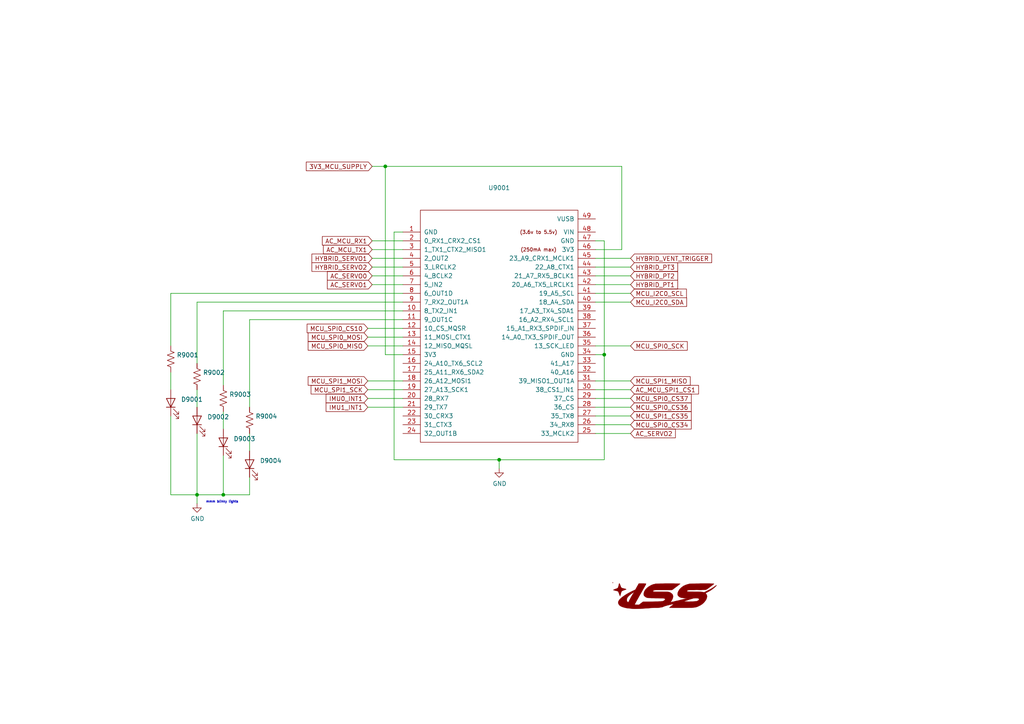
<source format=kicad_sch>
(kicad_sch (version 20211123) (generator eeschema)
  (paper "A4")
  (title_block (title "TARS-MK1") (company "ILLINOIS SPACE SOCIETY"))
  (lib_symbols
    (symbol "D24V50F5:LED" (pin_numbers hide) (pin_names (offset 1.016) hide)
      (property "Reference" "D" (at 0 2.54 0))
      (property "Value" "LED" (at 0 -2.54 0))
      (symbol "LED_0_1"
        (polyline (pts (xy -1.27 -1.27) (xy -1.27 1.27)) (stroke (width 0.2032)))
        (polyline (pts (xy -1.27 0) (xy 1.27 0)))
        (polyline (pts (xy 1.27 -1.27) (xy 1.27 1.27) (xy -1.27 0) (xy 1.27 -1.27)) (stroke (width 0.2032)))
        (polyline (pts (xy -3.048 -0.762) (xy -4.572 -2.286) (xy -3.81 -2.286) (xy -4.572 -2.286) (xy -4.572 -1.524)))
        (polyline (pts (xy -1.778 -0.762) (xy -3.302 -2.286) (xy -2.54 -2.286) (xy -3.302 -2.286) (xy -3.302 -1.524)))
      )
      (symbol "LED_1_1"
        (pin passive line (at -3.81 0 0) (length 2.54) (name "K") (number "1"))
        (pin passive line (at 3.81 0 180) (length 2.54) (name "A") (number "2"))
      )
    )
    (symbol "D24V50F5:R_US" (pin_numbers hide) (pin_names (offset 0))
      (property "Reference" "R" (at 2.54 0 90))
      (property "Value" "R_US" (at -2.54 0 90))
      (symbol "R_US_0_1"
        (polyline (pts (xy 0 -2.286) (xy 0 -2.54)))
        (polyline (pts (xy 0 2.286) (xy 0 2.54)))
        (polyline (pts (xy 0 -0.762) (xy 1.016 -1.143) (xy 0 -1.524) (xy -1.016 -1.905) (xy 0 -2.286)))
        (polyline (pts (xy 0 0.762) (xy 1.016 0.381) (xy 0 0) (xy -1.016 -0.381) (xy 0 -0.762)))
        (polyline (pts (xy 0 2.286) (xy 1.016 1.905) (xy 0 1.524) (xy -1.016 1.143) (xy 0 0.762)))
      )
      (symbol "R_US_1_1"
        (pin passive line (at 0 3.81 270) (length 1.27) (name "~") (number "1"))
        (pin passive line (at 0 -3.81 90) (length 1.27) (name "~") (number "2"))
      )
    )
    (symbol "ISS_LOGO:LOGO" (pin_names (offset 1.016))
      (symbol "LOGO_0_0"
        (polyline (pts (xy -15.2654 3.6322) (xy -15.2654 3.8354) (xy -15.2908 3.8608) (xy -15.3162 3.7338) (xy -15.3162 3.6068) (xy -15.2654 3.6322)) (stroke (width 0.0254)) (fill (type outline)))
        (polyline (pts (xy -13.081 0.2032) (xy -12.954 0.6096) (xy -12.8778 0.9144) (xy -12.7762 1.1176) (xy -12.6746 1.27) (xy -12.5476 1.3462) (xy -12.3698 1.4224) (xy -12.1158 1.524) (xy -11.7348 1.651) (xy -11.5316 1.7272) (xy -11.43 1.7526) (xy -11.43 1.778) (xy -11.5062 1.8542) (xy -11.684 1.9304) (xy -11.938 1.9812) (xy -12.2174 2.0574) (xy -12.5222 2.1082) (xy -12.7254 2.2098) (xy -12.8778 2.3368) (xy -12.9794 2.54) (xy -13.081 2.8448) (xy -13.1318 2.921) (xy -13.2334 3.2258) (xy -13.3858 3.5306) (xy -13.4112 3.5052) (xy -13.4874 3.3782) (xy -13.5382 3.1496) (xy -13.6906 2.54) (xy -13.7668 2.3114) (xy -13.8684 2.1844) (xy -13.9954 2.0828) (xy -14.1986 2.0066) (xy -14.478 1.905) (xy -14.605 1.8542) (xy -14.8844 1.7526) (xy -15.0876 1.651) (xy -15.1638 1.6002) (xy -15.1384 1.6002) (xy -15.0114 1.5494) (xy -14.7828 1.4732) (xy -14.4526 1.397) (xy -13.7668 1.2192) (xy -13.5636 0.762) (xy -13.4874 0.5588) (xy -13.3858 0.2794) (xy -13.2842 0.0508) (xy -13.1826 -0.2032) (xy -13.081 0.2032)) (stroke (width 0.0254)) (fill (type outline)))
        (polyline (pts (xy -8.0264 -3.8354) (xy -7.3152 -3.81) (xy -6.5786 -3.7846) (xy -5.8166 -3.7338) (xy -5.1054 -3.683) (xy -4.826 -3.6576) (xy -4.2418 -3.6068) (xy -3.6322 -3.5814) (xy -3.0988 -3.556) (xy -2.3368 -3.556) (xy -1.5494 -3.4798) (xy -0.889 -3.3528) (xy -0.3556 -3.1242) (xy -0.1778 -3.0734) (xy 0.127 -2.9718) (xy 0.508 -2.8702) (xy 0.9398 -2.7686) (xy 0.9906 -2.7432) (xy 1.5494 -2.6162) (xy 2.1844 -2.4892) (xy 2.3114 -2.4892) (xy 2.3114 -2.54) (xy 2.2352 -2.6162) (xy 2.0574 -2.7686) (xy 1.778 -2.9464) (xy 1.5748 -3.1242) (xy 1.3208 -3.3274) (xy 1.1684 -3.4544) (xy 1.1176 -3.5306) (xy 1.6256 -3.5306) (xy 2.0574 -3.556) (xy 6.2738 -3.556) (xy 6.9342 -3.5306) (xy 7.4676 -3.5306) (xy 7.9248 -3.5052) (xy 8.2804 -3.4798) (xy 8.5852 -3.429) (xy 8.8392 -3.3782) (xy 9.0678 -3.302) (xy 9.3218 -3.2258) (xy 9.5504 -3.0988) (xy 9.8298 -2.9718) (xy 10.0076 -2.8956) (xy 10.5664 -2.54) (xy 11.049 -2.1336) (xy 11.43 -1.6764) (xy 11.7602 -1.2192) (xy 11.938 -0.762) (xy 12.0396 -0.3302) (xy 11.9888 0.0762) (xy 11.811 0.4064) (xy 11.5824 0.6858) (xy 12.1158 0.9398) (xy 12.2682 1.016) (xy 13.0556 1.4732) (xy 13.7414 1.9558) (xy 14.3256 2.4384) (xy 14.605 2.7178) (xy 14.7574 2.8956) (xy 14.8082 2.9718) (xy 14.7828 2.9718) (xy 14.6558 2.8956) (xy 14.4272 2.7686) (xy 14.1478 2.5654) (xy 14.097 2.5146) (xy 13.7414 2.286) (xy 13.3096 2.0066) (xy 12.827 1.7272) (xy 12.3444 1.4986) (xy 11.2014 0.9144) (xy 10.7188 1.016) (xy 10.6172 1.016) (xy 10.3378 1.0414) (xy 9.906 1.0668) (xy 9.398 1.0922) (xy 8.2296 1.0922) (xy 7.8994 1.1176) (xy 6.9088 1.1176) (xy 6.5532 1.143) (xy 6.3246 1.143) (xy 6.223 1.1684) (xy 6.223 1.27) (xy 6.2992 1.4224) (xy 6.3754 1.4986) (xy 6.4516 1.5494) (xy 6.5532 1.5748) (xy 6.7056 1.5748) (xy 6.9596 1.6002) (xy 8.3312 1.6002) (xy 9.0678 1.6256) (xy 9.7536 1.6002) (xy 10.3378 1.6002) (xy 10.8204 1.6256) (xy 11.2014 1.6256) (xy 11.4808 1.651) (xy 11.7348 1.7018) (xy 11.938 1.778) (xy 12.1158 1.905) (xy 12.319 2.032) (xy 12.573 2.2352) (xy 13.081 2.6162) (xy 13.4112 2.8702) (xy 13.6652 3.048) (xy 13.8176 3.175) (xy 13.843 3.2004) (xy 13.9954 3.3274) (xy 14.0462 3.4036) (xy 14.0462 3.429) (xy 13.8938 3.429) (xy 13.6144 3.4544) (xy 13.208 3.4544) (xy 12.7254 3.4798) (xy 10.16 3.4798) (xy 9.4996 3.4544) (xy 8.8646 3.4544) (xy 8.255 3.429) (xy 7.747 3.429) (xy 7.3152 3.4036) (xy 6.985 3.3782) (xy 6.8072 3.3528) (xy 5.9944 3.1242) (xy 5.207 2.7686) (xy 4.572 2.3114) (xy 4.0386 1.778) (xy 3.683 1.1684) (xy 3.5306 0.762) (xy 3.4798 0.381) (xy 3.556 0.0762) (xy 3.7338 -0.1778) (xy 4.0132 -0.4064) (xy 4.3688 -0.5842) (xy 4.826 -0.6858) (xy 5.461 -0.762) (xy 6.2992 -0.8128) (xy 5.588 -0.9906) (xy 5.4102 -1.0414) (xy 5.08 -1.1176) (xy 4.6482 -1.2192) (xy 4.1656 -1.3462) (xy 3.6576 -1.4732) (xy 3.1496 -1.5748) (xy 2.6416 -1.7018) (xy 2.54 -1.7272) (xy 5.334 -1.7272) (xy 5.3594 -1.6764) (xy 5.461 -1.651) (xy 6.0706 -1.4478) (xy 6.7056 -1.2446) (xy 7.1882 -1.0668) (xy 7.5946 -0.9652) (xy 7.9248 -0.8636) (xy 8.1534 -0.8128) (xy 8.382 -0.7874) (xy 8.5598 -0.762) (xy 9.0678 -0.762) (xy 9.4488 -0.8128) (xy 9.652 -0.9398) (xy 9.7282 -1.0922) (xy 9.7028 -1.1938) (xy 9.5504 -1.397) (xy 9.2456 -1.5748) (xy 8.89 -1.6764) (xy 8.8646 -1.6764) (xy 8.6614 -1.7018) (xy 8.3058 -1.7272) (xy 7.8486 -1.7526) (xy 7.3406 -1.7526) (xy 6.7818 -1.778) (xy 6.223 -1.7526) (xy 5.5372 -1.7526) (xy 5.3848 -1.7272) (xy 5.334 -1.7272) (xy 2.54 -1.7272) (xy 2.2098 -1.8034) (xy 1.8542 -1.8796) (xy 1.6256 -1.9304) (xy 1.4986 -1.9304) (xy 1.4986 -1.905) (xy 1.6002 -1.7272) (xy 1.7272 -1.524) (xy 1.9304 -1.1684) (xy 2.1336 -0.6604) (xy 2.1844 -0.2032) (xy 2.0828 0.2286) (xy 1.8034 0.5588) (xy 1.397 0.8382) (xy 1.3208 0.889) (xy 1.0668 0.9906) (xy 0.9144 1.016) (xy 0.6858 1.0414) (xy 0.4064 1.0668) (xy -0.4826 1.0668) (xy -1.143 1.0922) (xy -3.048 1.0922) (xy -3.3274 1.1176) (xy -3.4544 1.1176) (xy -3.6068 1.143) (xy -3.6322 1.27) (xy -3.5052 1.4478) (xy -3.4544 1.4986) (xy -3.3782 1.524) (xy -3.2766 1.5494) (xy -3.0988 1.5748) (xy -2.8702 1.6002) (xy 1.8796 1.6002) (xy 2.54 2.0828) (xy 2.6162 2.159) (xy 3.3782 2.7178) (xy 3.7084 2.9718) (xy 3.7592 2.9972) (xy 3.9878 3.2004) (xy 4.1656 3.3274) (xy 4.2164 3.4036) (xy 4.2164 3.429) (xy 4.0894 3.429) (xy 3.81 3.4544) (xy 2.8956 3.4544) (xy 2.286 3.4798) (xy -0.1016 3.4798) (xy -0.889 3.4544) (xy -1.5494 3.4544) (xy -2.0828 3.429) (xy -2.54 3.4036) (xy -2.921 3.3782) (xy -3.2512 3.302) (xy -3.5052 3.2512) (xy -3.7846 3.1496) (xy -4.0386 3.048) (xy -4.3434 2.8956) (xy -4.9784 2.5146) (xy -5.4864 2.0828) (xy -5.9182 1.6002) (xy -6.1976 1.0922) (xy -6.3246 0.5588) (xy -6.3246 0.2794) (xy -6.2484 -0.0254) (xy -6.0198 -0.2794) (xy -5.6388 -0.5334) (xy -5.5626 -0.5588) (xy -5.3086 -0.6604) (xy -5.1308 -0.6858) (xy -4.8768 -0.7112) (xy -4.5466 -0.7112) (xy -4.1148 -0.7366) (xy -3.5306 -0.7366) (xy -2.8194 -0.762) (xy -2.159 -0.762) (xy -1.5748 -0.7874) (xy -1.1176 -0.7874) (xy -0.762 -0.8128) (xy -0.5334 -0.8382) (xy -0.381 -0.8636) (xy -0.2794 -0.889) (xy -0.2032 -0.9398) (xy -0.1778 -0.9652) (xy -0.127 -1.0922) (xy -0.1778 -1.2446) (xy -0.381 -1.4478) (xy -0.5842 -1.5748) (xy -0.6604 -1.6002) (xy -0.762 -1.651) (xy -0.9144 -1.6764) (xy -1.143 -1.7018) (xy -1.4224 -1.7272) (xy -1.8034 -1.7272) (xy -2.3114 -1.7526) (xy -2.9464 -1.7526) (xy -3.7338 -1.778) (xy -6.5532 -1.8288) (xy -7.1374 -2.2606) (xy -7.7216 -2.7178) (xy -8.3058 -2.6924) (xy -8.6106 -2.667) (xy -8.8392 -2.6416) (xy -8.9408 -2.6162) (xy -8.9408 -2.5908) (xy -8.9154 -2.5146) (xy -8.8646 -2.413) (xy -8.763 -2.2352) (xy -8.636 -1.9812) (xy -8.4582 -1.651) (xy -8.2296 -1.2446) (xy -7.9248 -0.7112) (xy -7.5946 -0.1016) (xy -7.1628 0.635) (xy -6.6802 1.4986) (xy -6.096 2.5146) (xy -5.9182 2.8448) (xy -5.7658 3.1242) (xy -5.6896 3.3274) (xy -5.6642 3.429) (xy -5.7658 3.4544) (xy -5.9944 3.4544) (xy -6.3246 3.4798) (xy -7.747 3.4798) (xy -8.255 2.5908) (xy -8.763 1.6764) (xy -9.9568 1.1176) (xy -10.541 0.8128) (xy -11.3284 0.381) (xy -12.0142 -0.0762) (xy -12.6238 -0.508) (xy -13.081 -0.9144) (xy -13.3858 -1.2446) (xy -11.2522 -1.2446) (xy -11.2268 -1.016) (xy -11.0998 -0.635) (xy -10.795 -0.254) (xy -10.3632 0.1524) (xy -9.779 0.5842) (xy -9.6266 0.6858) (xy -9.3726 0.8636) (xy -9.2202 0.9144) (xy -9.1694 0.9144) (xy -9.3218 0.6604) (xy -9.4742 0.4318) (xy -9.6774 0.1016) (xy -9.8806 -0.254) (xy -10.0584 -0.5588) (xy -10.2616 -0.9652) (xy -10.4648 -1.3208) (xy -10.5918 -1.6002) (xy -10.8458 -2.032) (xy -11.1252 -1.7526) (xy -11.2268 -1.524) (xy -11.2522 -1.2446) (xy -13.3858 -1.2446) (xy -13.4366 -1.2954) (xy -13.6398 -1.651) (xy -13.6906 -1.778) (xy -13.716 -2.2098) (xy -13.589 -2.5654) (xy -13.3096 -2.8956) (xy -12.8778 -3.175) (xy -12.2682 -3.4036) (xy -11.5062 -3.6068) (xy -10.5664 -3.7338) (xy -9.4742 -3.8354) (xy -9.144 -3.8608) (xy -8.636 -3.8608) (xy -8.0264 -3.8354)) (stroke (width 0.0254)) (fill (type outline)))
      )
    )
    (symbol "TEENSY:Teensy4.1_bare" (pin_names (offset 1.016))
      (property "Reference" "U" (at 0 64.77 0))
      (property "Value" "Teensy4.1_bare" (at 0 62.23 0))
      (property "Footprint" "Teensy:Teensy41_bare" (at 12.7 -7.62 0))
      (symbol "Teensy4.1_bare_0_0"
        (text "(250mA max)" (at 11.43 49.53 0) (effects (font (size 1.016 1.016))))
        (text "(3.6v to 5.5v)" (at 11.43 54.61 0) (effects (font (size 1.016 1.016))))
        (pin bidirectional line (at -27.94 31.75 0) (length 5.08) (name "8_TX2_IN1") (number "10"))
        (pin bidirectional line (at -27.94 29.21 0) (length 5.08) (name "9_OUT1C") (number "11"))
        (pin bidirectional line (at -27.94 26.67 0) (length 5.08) (name "10_CS_MQSR") (number "12"))
        (pin bidirectional line (at -27.94 24.13 0) (length 5.08) (name "11_MOSI_CTX1") (number "13"))
        (pin bidirectional line (at -27.94 21.59 0) (length 5.08) (name "12_MISO_MQSL") (number "14"))
        (pin power_in line (at -27.94 19.05 0) (length 5.08) (name "3V3") (number "15"))
        (pin bidirectional line (at -27.94 16.51 0) (length 5.08) (name "24_A10_TX6_SCL2") (number "16"))
        (pin bidirectional line (at -27.94 13.97 0) (length 5.08) (name "25_A11_RX6_SDA2") (number "17"))
        (pin bidirectional line (at -27.94 11.43 0) (length 5.08) (name "26_A12_MOSI1") (number "18"))
        (pin bidirectional line (at -27.94 8.89 0) (length 5.08) (name "27_A13_SCK1") (number "19"))
        (pin bidirectional line (at -27.94 6.35 0) (length 5.08) (name "28_RX7") (number "20"))
        (pin bidirectional line (at -27.94 3.81 0) (length 5.08) (name "29_TX7") (number "21"))
        (pin bidirectional line (at -27.94 1.27 0) (length 5.08) (name "30_CRX3") (number "22"))
        (pin bidirectional line (at -27.94 -1.27 0) (length 5.08) (name "31_CTX3") (number "23"))
        (pin bidirectional line (at -27.94 -3.81 0) (length 5.08) (name "32_OUT1B") (number "24"))
        (pin bidirectional line (at 27.94 -3.81 180) (length 5.08) (name "33_MCLK2") (number "25"))
        (pin bidirectional line (at 27.94 -1.27 180) (length 5.08) (name "34_RX8") (number "26"))
        (pin bidirectional line (at 27.94 1.27 180) (length 5.08) (name "35_TX8") (number "27"))
        (pin bidirectional line (at 27.94 3.81 180) (length 5.08) (name "36_CS") (number "28"))
        (pin bidirectional line (at 27.94 6.35 180) (length 5.08) (name "37_CS") (number "29"))
        (pin bidirectional line (at 27.94 8.89 180) (length 5.08) (name "38_CS1_IN1") (number "30"))
        (pin bidirectional line (at 27.94 11.43 180) (length 5.08) (name "39_MISO1_OUT1A") (number "31"))
        (pin bidirectional line (at 27.94 13.97 180) (length 5.08) (name "40_A16") (number "32"))
        (pin bidirectional line (at 27.94 16.51 180) (length 5.08) (name "41_A17") (number "33"))
        (pin bidirectional line (at 27.94 21.59 180) (length 5.08) (name "13_SCK_LED") (number "35"))
        (pin bidirectional line (at 27.94 24.13 180) (length 5.08) (name "14_A0_TX3_SPDIF_OUT") (number "36"))
        (pin bidirectional line (at 27.94 26.67 180) (length 5.08) (name "15_A1_RX3_SPDIF_IN") (number "37"))
        (pin bidirectional line (at 27.94 29.21 180) (length 5.08) (name "16_A2_RX4_SCL1") (number "38"))
        (pin bidirectional line (at 27.94 31.75 180) (length 5.08) (name "17_A3_TX4_SDA1") (number "39"))
        (pin bidirectional line (at 27.94 34.29 180) (length 5.08) (name "18_A4_SDA") (number "40"))
        (pin bidirectional line (at 27.94 36.83 180) (length 5.08) (name "19_A5_SCL") (number "41"))
        (pin bidirectional line (at 27.94 39.37 180) (length 5.08) (name "20_A6_TX5_LRCLK1") (number "42"))
        (pin bidirectional line (at 27.94 41.91 180) (length 5.08) (name "21_A7_RX5_BCLK1") (number "43"))
        (pin bidirectional line (at 27.94 44.45 180) (length 5.08) (name "22_A8_CTX1") (number "44"))
        (pin bidirectional line (at 27.94 46.99 180) (length 5.08) (name "23_A9_CRX1_MCLK1") (number "45"))
        (pin power_in line (at 27.94 49.53 180) (length 5.08) (name "3V3") (number "46"))
        (pin power_in line (at 27.94 52.07 180) (length 5.08) (name "GND") (number "47"))
        (pin power_in line (at 27.94 54.61 180) (length 5.08) (name "VIN") (number "48"))
        (pin power_out line (at 27.94 58.42 180) (length 5.08) (name "VUSB") (number "49"))
        (pin bidirectional line (at -27.94 44.45 0) (length 5.08) (name "3_LRCLK2") (number "5"))
        (pin bidirectional line (at -27.94 41.91 0) (length 5.08) (name "4_BCLK2") (number "6"))
        (pin bidirectional line (at -27.94 39.37 0) (length 5.08) (name "5_IN2") (number "7"))
        (pin bidirectional line (at -27.94 36.83 0) (length 5.08) (name "6_OUT1D") (number "8"))
        (pin bidirectional line (at -27.94 34.29 0) (length 5.08) (name "7_RX2_OUT1A") (number "9"))
      )
      (symbol "Teensy4.1_bare_0_1"
        (rectangle (start -22.86 60.96) (end 22.86 -6.35))
        (rectangle (start -20.32 -1.27) (end -20.32 -1.27))
      )
      (symbol "Teensy4.1_bare_1_1"
        (pin power_in line (at -27.94 54.61 0) (length 5.08) (name "GND") (number "1"))
        (pin bidirectional line (at -27.94 52.07 0) (length 5.08) (name "0_RX1_CRX2_CS1") (number "2"))
        (pin bidirectional line (at -27.94 49.53 0) (length 5.08) (name "1_TX1_CTX2_MISO1") (number "3"))
        (pin power_in line (at 27.94 19.05 180) (length 5.08) (name "GND") (number "34"))
        (pin bidirectional line (at -27.94 46.99 0) (length 5.08) (name "2_OUT2") (number "4"))
      )
    )
    (symbol "power:GND" (power) (pin_names (offset 0))
      (property "Value" "GND" (at 0 -3.81 0))
      (symbol "GND_0_1"
        (polyline (pts (xy 0 0) (xy 0 -1.27) (xy 1.27 -1.27) (xy 0 -2.54) (xy -1.27 -1.27) (xy 0 -1.27)))
      )
      (symbol "GND_1_1"
        (pin power_in line (at 0 0 270) (length 0) hide (name "GND") (number "1"))
      )
    )
  )
  (junction (at 175.26 102.87))
  (junction (at 57.15 143.51))
  (junction (at 64.77 143.51))
  (junction (at 144.78 133.35))
  (junction (at 111.76 48.26))
  (wire (pts (xy 182.88 115.57) (xy 172.72 115.57)))
  (wire (pts (xy 72.39 92.71) (xy 116.84 92.71)))
  (wire (pts (xy 49.53 143.51) (xy 57.15 143.51)))
  (wire (pts (xy 106.68 97.79) (xy 116.84 97.79)))
  (wire (pts (xy 182.88 80.01) (xy 172.72 80.01)))
  (wire (pts (xy 57.15 113.03) (xy 57.15 118.11)))
  (wire (pts (xy 182.88 100.33) (xy 172.72 100.33)))
  (wire (pts (xy 49.53 100.33) (xy 49.53 85.09)))
  (wire (pts (xy 64.77 143.51) (xy 57.15 143.51)))
  (wire (pts (xy 116.84 90.17) (xy 64.77 90.17)))
  (wire (pts (xy 182.88 77.47) (xy 172.72 77.47)))
  (wire (pts (xy 175.26 133.35) (xy 144.78 133.35)))
  (wire (pts (xy 64.77 143.51) (xy 64.77 132.08)))
  (wire (pts (xy 106.68 95.25) (xy 116.84 95.25)))
  (wire (pts (xy 107.95 82.55) (xy 116.84 82.55)))
  (wire (pts (xy 64.77 90.17) (xy 64.77 111.76)))
  (wire (pts (xy 64.77 119.38) (xy 64.77 124.46)))
  (wire (pts (xy 172.72 72.39) (xy 180.34 72.39)))
  (wire (pts (xy 72.39 143.51) (xy 64.77 143.51)))
  (wire (pts (xy 182.88 74.93) (xy 172.72 74.93)))
  (wire (pts (xy 144.78 133.35) (xy 114.3 133.35)))
  (wire (pts (xy 175.26 69.85) (xy 175.26 102.87)))
  (wire (pts (xy 172.72 69.85) (xy 175.26 69.85)))
  (wire (pts (xy 111.76 48.26) (xy 111.76 102.87)))
  (wire (pts (xy 49.53 107.95) (xy 49.53 113.03)))
  (wire (pts (xy 72.39 92.71) (xy 72.39 118.11)))
  (wire (pts (xy 106.68 115.57) (xy 116.84 115.57)))
  (wire (pts (xy 172.72 113.03) (xy 182.88 113.03)))
  (wire (pts (xy 57.15 143.51) (xy 57.15 146.05)))
  (wire (pts (xy 57.15 87.63) (xy 116.84 87.63)))
  (wire (pts (xy 49.53 85.09) (xy 116.84 85.09)))
  (wire (pts (xy 49.53 120.65) (xy 49.53 143.51)))
  (wire (pts (xy 72.39 138.43) (xy 72.39 143.51)))
  (wire (pts (xy 175.26 102.87) (xy 172.72 102.87)))
  (wire (pts (xy 106.68 110.49) (xy 116.84 110.49)))
  (wire (pts (xy 107.95 74.93) (xy 116.84 74.93)))
  (wire (pts (xy 180.34 72.39) (xy 180.34 48.26)))
  (wire (pts (xy 175.26 102.87) (xy 175.26 133.35)))
  (wire (pts (xy 182.88 82.55) (xy 172.72 82.55)))
  (wire (pts (xy 57.15 105.41) (xy 57.15 87.63)))
  (wire (pts (xy 107.95 80.01) (xy 116.84 80.01)))
  (wire (pts (xy 116.84 77.47) (xy 107.95 77.47)))
  (wire (pts (xy 116.84 118.11) (xy 106.68 118.11)))
  (wire (pts (xy 116.84 113.03) (xy 106.68 113.03)))
  (wire (pts (xy 180.34 48.26) (xy 111.76 48.26)))
  (wire (pts (xy 172.72 125.73) (xy 182.88 125.73)))
  (wire (pts (xy 182.88 87.63) (xy 172.72 87.63)))
  (wire (pts (xy 116.84 100.33) (xy 106.68 100.33)))
  (wire (pts (xy 107.95 72.39) (xy 116.84 72.39)))
  (wire (pts (xy 107.95 69.85) (xy 116.84 69.85)))
  (wire (pts (xy 114.3 67.31) (xy 114.3 133.35)))
  (wire (pts (xy 72.39 125.73) (xy 72.39 130.81)))
  (wire (pts (xy 172.72 110.49) (xy 182.88 110.49)))
  (wire (pts (xy 57.15 143.51) (xy 57.15 125.73)))
  (wire (pts (xy 182.88 118.11) (xy 172.72 118.11)))
  (wire (pts (xy 116.84 67.31) (xy 114.3 67.31)))
  (wire (pts (xy 111.76 102.87) (xy 116.84 102.87)))
  (wire (pts (xy 182.88 120.65) (xy 172.72 120.65)))
  (wire (pts (xy 182.88 123.19) (xy 172.72 123.19)))
  (wire (pts (xy 144.78 135.89) (xy 144.78 133.35)))
  (wire (pts (xy 107.95 48.26) (xy 111.76 48.26)))
  (wire (pts (xy 172.72 85.09) (xy 182.88 85.09)))
  (text "mmm blinky lights" (at 59.69 146.05 0) (effects (font (size 0.6604 0.6604)) (justify left bottom)))
  (global_label "MCU_SPI1_CS35" (shape input) (at 182.88 120.65 0) (property "Intersheet References" "${INTERSHEET_REFS}" (effects hide)))
  (global_label "IMU0_INT1" (shape input) (at 106.68 115.57 180) (property "Intersheet References" "${INTERSHEET_REFS}" (effects hide)))
  (global_label "HYBRID_PT3" (shape input) (at 182.88 77.47 0) (property "Intersheet References" "${INTERSHEET_REFS}" (effects hide)))
  (global_label "MCU_SPI1_MOSI" (shape input) (at 106.68 110.49 180) (property "Intersheet References" "${INTERSHEET_REFS}" (effects hide)))
  (global_label "MCU_I2C0_SDA" (shape input) (at 182.88 87.63 0) (property "Intersheet References" "${INTERSHEET_REFS}" (effects hide)))
  (global_label "3V3_MCU_SUPPLY" (shape input) (at 107.95 48.26 180) (property "Intersheet References" "${INTERSHEET_REFS}" (effects hide)))
  (global_label "MCU_SPI0_MISO" (shape input) (at 106.68 100.33 180) (property "Intersheet References" "${INTERSHEET_REFS}" (effects hide)))
  (global_label "AC_SERVO1" (shape input) (at 107.95 82.55 180) (property "Intersheet References" "${INTERSHEET_REFS}" (effects hide)))
  (global_label "MCU_SPI0_CS37" (shape input) (at 182.88 115.57 0) (property "Intersheet References" "${INTERSHEET_REFS}" (effects hide)))
  (global_label "MCU_SPI1_MISO" (shape input) (at 182.88 110.49 0) (property "Intersheet References" "${INTERSHEET_REFS}" (effects hide)))
  (global_label "MCU_SPI0_MOSI" (shape input) (at 106.68 97.79 180) (property "Intersheet References" "${INTERSHEET_REFS}" (effects hide)))
  (global_label "HYBRID_SERVO2" (shape input) (at 107.95 77.47 180) (property "Intersheet References" "${INTERSHEET_REFS}" (effects hide)))
  (global_label "AC_MCU_RX1" (shape input) (at 107.95 69.85 180) (property "Intersheet References" "${INTERSHEET_REFS}" (effects hide)))
  (global_label "AC_MCU_SPI1_CS1" (shape input) (at 182.88 113.03 0) (property "Intersheet References" "${INTERSHEET_REFS}" (effects hide)))
  (global_label "MCU_SPI0_CS36" (shape input) (at 182.88 118.11 0) (property "Intersheet References" "${INTERSHEET_REFS}" (effects hide)))
  (global_label "MCU_SPI0_CS10" (shape input) (at 106.68 95.25 180) (property "Intersheet References" "${INTERSHEET_REFS}" (effects hide)))
  (global_label "MCU_I2C0_SCL" (shape input) (at 182.88 85.09 0) (property "Intersheet References" "${INTERSHEET_REFS}" (effects hide)))
  (global_label "AC_MCU_TX1" (shape input) (at 107.95 72.39 180) (property "Intersheet References" "${INTERSHEET_REFS}" (effects hide)))
  (global_label "HYBRID_VENT_TRIGGER" (shape input) (at 182.88 74.93 0) (property "Intersheet References" "${INTERSHEET_REFS}" (effects hide)))
  (global_label "MCU_SPI0_CS34" (shape input) (at 182.88 123.19 0) (property "Intersheet References" "${INTERSHEET_REFS}" (effects hide)))
  (global_label "HYBRID_PT1" (shape input) (at 182.88 82.55 0) (property "Intersheet References" "${INTERSHEET_REFS}" (effects hide)))
  (global_label "HYBRID_SERVO1" (shape input) (at 107.95 74.93 180) (property "Intersheet References" "${INTERSHEET_REFS}" (effects hide)))
  (global_label "AC_SERVO2" (shape input) (at 182.88 125.73 0) (property "Intersheet References" "${INTERSHEET_REFS}" (effects hide)))
  (global_label "MCU_SPI0_SCK" (shape input) (at 182.88 100.33 0) (property "Intersheet References" "${INTERSHEET_REFS}" (effects hide)))
  (global_label "IMU1_INT1" (shape input) (at 106.68 118.11 180) (property "Intersheet References" "${INTERSHEET_REFS}" (effects hide)))
  (global_label "MCU_SPI1_SCK" (shape input) (at 106.68 113.03 180) (property "Intersheet References" "${INTERSHEET_REFS}" (effects hide)))
  (global_label "HYBRID_PT2" (shape input) (at 182.88 80.01 0) (property "Intersheet References" "${INTERSHEET_REFS}" (effects hide)))
  (global_label "AC_SERVO0" (shape input) (at 107.95 80.01 180) (property "Intersheet References" "${INTERSHEET_REFS}" (effects hide)))
  (symbol (lib_id "ISS_LOGO:LOGO") (at 193.04 172.72 0) (unit 1)
    (property "Reference" "#G9001" (effects hide))
  )
  (symbol (lib_id "TEENSY:Teensy4.1_bare") (at 144.78 121.92 0) (unit 1)
    (property "Reference" "U9001" (at 144.78 54.483 0))
  )
  (symbol (lib_id "D24V50F5:LED") (at 49.53 116.84 90) (unit 1)
    (property "Reference" "D9001" (at 52.5018 115.8494 90) (effects (justify right)))
  )
  (symbol (lib_id "D24V50F5:R_US") (at 49.53 104.14 0) (unit 1)
    (property "Reference" "R9001" (at 51.2572 102.9716 0) (effects (justify left)))
  )
  (symbol (lib_id "D24V50F5:LED") (at 57.15 121.92 90) (unit 1)
    (property "Reference" "D9002" (at 60.1218 120.9294 90) (effects (justify right)))
  )
  (symbol (lib_id "D24V50F5:R_US") (at 57.15 109.22 0) (unit 1)
    (property "Reference" "R9002" (at 58.8772 108.0516 0) (effects (justify left)))
  )
  (symbol (lib_id "D24V50F5:LED") (at 64.77 128.27 90) (unit 1)
    (property "Reference" "D9003" (at 67.7418 127.2794 90) (effects (justify right)))
  )
  (symbol (lib_id "D24V50F5:R_US") (at 64.77 115.57 0) (unit 1)
    (property "Reference" "R9003" (at 66.4972 114.4016 0) (effects (justify left)))
  )
  (symbol (lib_id "D24V50F5:LED") (at 72.39 134.62 90) (unit 1)
    (property "Reference" "D9004" (at 75.3618 133.6294 90) (effects (justify right)))
  )
  (symbol (lib_id "D24V50F5:R_US") (at 72.39 121.92 0) (unit 1)
    (property "Reference" "R9004" (at 74.1172 120.7516 0) (effects (justify left)))
  )
  (symbol (lib_id "power:GND") (at 57.15 146.05 0) (unit 1)
    (property "Reference" "#PWR09001" (effects hide))
  )
  (symbol (lib_id "power:GND") (at 144.78 135.89 0) (unit 1)
    (property "Reference" "#PWR09002" (effects hide))
  )
)
</source>
